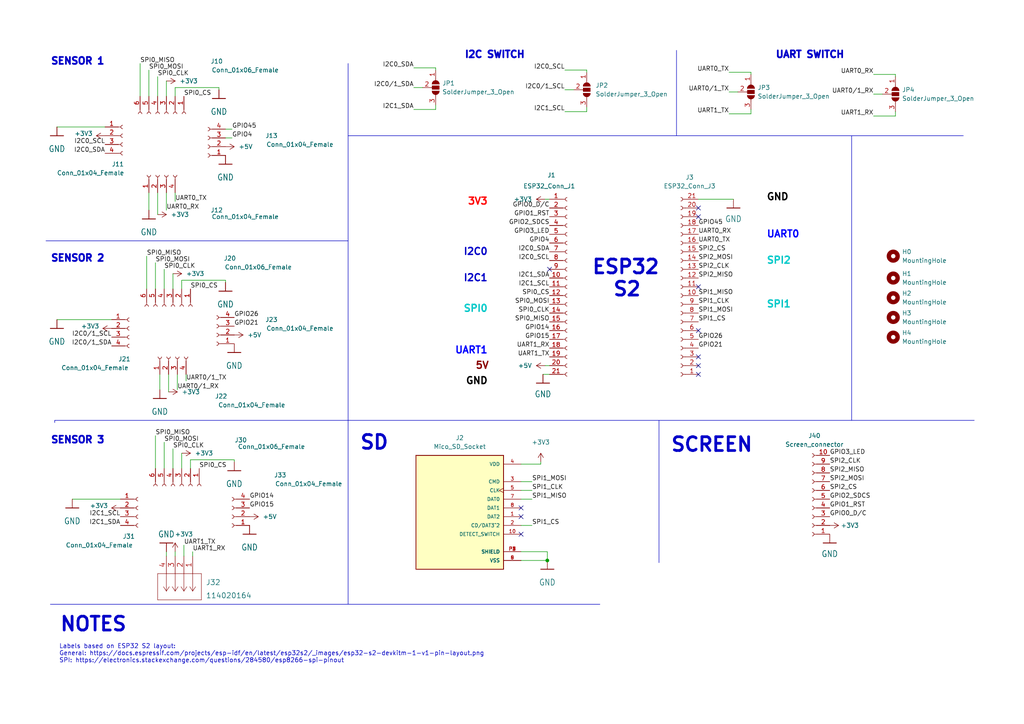
<source format=kicad_sch>
(kicad_sch (version 20230121) (generator eeschema)
  (paper "A4")
  (lib_symbols
    (symbol "503398-1892:503398-1892" (pin_names (offset 1.016))
      (property "Reference" "J" (at -12.7217 15.266 0))
      (property "Value" "503398-1892" (at -12.704 -17.7856 0))
      (symbol "503398-1892_0_0"
        (rectangle (start -12.7 -17.78) (end 12.7 15.24) (stroke (width 0.254)) (fill (type background)))
        (pin passive line (at 17.78 -2.54 180) (length 5.08) (name "DAT2") (number "1"))
        (pin passive line (at 17.78 -7.62 180) (length 5.08) (name "DETECT_SWITCH") (number "10"))
        (pin passive line (at 17.78 -5.08 180) (length 5.08) (name "CD/DAT3^2") (number "2"))
        (pin passive line (at 17.78 7.62 180) (length 5.08) (name "CMD") (number "3"))
        (pin power_in line (at 17.78 12.7 180) (length 5.08) (name "VDD") (number "4"))
        (pin passive clock (at 17.78 5.08 180) (length 5.08) (name "CLK") (number "5"))
        (pin power_in line (at 17.78 -15.24 180) (length 5.08) (name "VSS") (number "6"))
        (pin passive line (at 17.78 2.54 180) (length 5.08) (name "DAT0") (number "7"))
        (pin passive line (at 17.78 0 180) (length 5.08) (name "DAT1") (number "8"))
        (pin power_in line (at 17.78 -15.24 180) (length 5.08) (name "VSS") (number "9"))
        (pin passive line (at 17.78 -12.7 180) (length 5.08) (name "SHIELD") (number "P1"))
        (pin passive line (at 17.78 -12.7 180) (length 5.08) (name "SHIELD") (number "P2"))
        (pin passive line (at 17.78 -12.7 180) (length 5.08) (name "SHIELD") (number "P3"))
        (pin passive line (at 17.78 -12.7 180) (length 5.08) (name "SHIELD") (number "P4"))
      )
    )
    (symbol "Adafruit BMP390-eagle-import:GND" (power)
      (property "Value" "GND" (at -2.54 -2.54 0))
      (symbol "GND_1_0"
        (polyline (pts (xy -1.905 0) (xy 1.905 0)) (stroke (width 0.254)))
        (pin power_in line (at 0 2.54 270) (length 2.54) (name "GND") (number "1"))
      )
    )
    (symbol "Conn_seed_114020164:114020164" (pin_names (offset 0.254) hide)
      (property "Reference" "J" (at 8.89 6.35 0))
      (property "Value" "114020164" (at 10.16 -5.08 0))
      (symbol "114020164_1_1"
        (polyline (pts (xy 5.08 -10.16) (xy 12.7 -10.16)) (stroke (width 0.127)))
        (polyline (pts (xy 5.08 2.54) (xy 5.08 -10.16)) (stroke (width 0.127)))
        (polyline (pts (xy 10.16 -7.62) (xy 5.08 -7.62)) (stroke (width 0.127)))
        (polyline (pts (xy 10.16 -7.62) (xy 8.89 -8.4582)) (stroke (width 0.127)))
        (polyline (pts (xy 10.16 -7.62) (xy 8.89 -6.7818)) (stroke (width 0.127)))
        (polyline (pts (xy 10.16 -5.08) (xy 5.08 -5.08)) (stroke (width 0.127)))
        (polyline (pts (xy 10.16 -5.08) (xy 8.89 -5.9182)) (stroke (width 0.127)))
        (polyline (pts (xy 10.16 -5.08) (xy 8.89 -4.2418)) (stroke (width 0.127)))
        (polyline (pts (xy 10.16 -2.54) (xy 5.08 -2.54)) (stroke (width 0.127)))
        (polyline (pts (xy 10.16 -2.54) (xy 8.89 -3.3782)) (stroke (width 0.127)))
        (polyline (pts (xy 10.16 -2.54) (xy 8.89 -1.7018)) (stroke (width 0.127)))
        (polyline (pts (xy 10.16 0) (xy 5.08 0)) (stroke (width 0.127)))
        (polyline (pts (xy 10.16 0) (xy 8.89 -0.8382)) (stroke (width 0.127)))
        (polyline (pts (xy 10.16 0) (xy 8.89 0.8382)) (stroke (width 0.127)))
        (polyline (pts (xy 12.7 -10.16) (xy 12.7 2.54)) (stroke (width 0.127)))
        (polyline (pts (xy 12.7 2.54) (xy 5.08 2.54)) (stroke (width 0.127)))
        (pin unspecified line (at 0 0 0) (length 5.08) (name "1") (number "1"))
        (pin unspecified line (at 0 -2.54 0) (length 5.08) (name "2") (number "2"))
        (pin unspecified line (at 0 -5.08 0) (length 5.08) (name "3") (number "3"))
        (pin unspecified line (at 0 -7.62 0) (length 5.08) (name "4") (number "4"))
      )
    )
    (symbol "Connector:Conn_01x04_Female" (pin_names (offset 1.016) hide)
      (property "Reference" "J" (at 0 5.08 0))
      (property "Value" "Conn_01x04_Female" (at 0 -7.62 0))
      (symbol "Conn_01x04_Female_1_1"
        (arc (start 0 -4.572) (mid -0.5058 -5.08) (end 0 -5.588) (stroke (width 0.1524)))
        (arc (start 0 -2.032) (mid -0.5058 -2.54) (end 0 -3.048) (stroke (width 0.1524)))
        (polyline (pts (xy -1.27 -5.08) (xy -0.508 -5.08)) (stroke (width 0.1524)))
        (polyline (pts (xy -1.27 -2.54) (xy -0.508 -2.54)) (stroke (width 0.1524)))
        (polyline (pts (xy -1.27 0) (xy -0.508 0)) (stroke (width 0.1524)))
        (polyline (pts (xy -1.27 2.54) (xy -0.508 2.54)) (stroke (width 0.1524)))
        (arc (start 0 0.508) (mid -0.5058 0) (end 0 -0.508) (stroke (width 0.1524)))
        (arc (start 0 3.048) (mid -0.5058 2.54) (end 0 2.032) (stroke (width 0.1524)))
        (pin passive line (at -5.08 2.54 0) (length 3.81) (name "Pin_1") (number "1"))
        (pin passive line (at -5.08 0 0) (length 3.81) (name "Pin_2") (number "2"))
        (pin passive line (at -5.08 -2.54 0) (length 3.81) (name "Pin_3") (number "3"))
        (pin passive line (at -5.08 -5.08 0) (length 3.81) (name "Pin_4") (number "4"))
      )
    )
    (symbol "Connector:Conn_01x06_Female" (pin_names (offset 1.016) hide)
      (property "Reference" "J" (at 0 7.62 0))
      (property "Value" "Conn_01x06_Female" (at 0 -10.16 0))
      (symbol "Conn_01x06_Female_1_1"
        (arc (start 0 -7.112) (mid -0.5058 -7.62) (end 0 -8.128) (stroke (width 0.1524)))
        (arc (start 0 -4.572) (mid -0.5058 -5.08) (end 0 -5.588) (stroke (width 0.1524)))
        (arc (start 0 -2.032) (mid -0.5058 -2.54) (end 0 -3.048) (stroke (width 0.1524)))
        (polyline (pts (xy -1.27 -7.62) (xy -0.508 -7.62)) (stroke (width 0.1524)))
        (polyline (pts (xy -1.27 -5.08) (xy -0.508 -5.08)) (stroke (width 0.1524)))
        (polyline (pts (xy -1.27 -2.54) (xy -0.508 -2.54)) (stroke (width 0.1524)))
        (polyline (pts (xy -1.27 0) (xy -0.508 0)) (stroke (width 0.1524)))
        (polyline (pts (xy -1.27 2.54) (xy -0.508 2.54)) (stroke (width 0.1524)))
        (polyline (pts (xy -1.27 5.08) (xy -0.508 5.08)) (stroke (width 0.1524)))
        (arc (start 0 0.508) (mid -0.5058 0) (end 0 -0.508) (stroke (width 0.1524)))
        (arc (start 0 3.048) (mid -0.5058 2.54) (end 0 2.032) (stroke (width 0.1524)))
        (arc (start 0 5.588) (mid -0.5058 5.08) (end 0 4.572) (stroke (width 0.1524)))
        (pin passive line (at -5.08 5.08 0) (length 3.81) (name "Pin_1") (number "1"))
        (pin passive line (at -5.08 2.54 0) (length 3.81) (name "Pin_2") (number "2"))
        (pin passive line (at -5.08 0 0) (length 3.81) (name "Pin_3") (number "3"))
        (pin passive line (at -5.08 -2.54 0) (length 3.81) (name "Pin_4") (number "4"))
        (pin passive line (at -5.08 -5.08 0) (length 3.81) (name "Pin_5") (number "5"))
        (pin passive line (at -5.08 -7.62 0) (length 3.81) (name "Pin_6") (number "6"))
      )
    )
    (symbol "Connector:Conn_01x10_Female" (pin_names (offset 1.016) hide)
      (property "Reference" "J" (at 0 12.7 0))
      (property "Value" "Conn_01x10_Female" (at 0 -15.24 0))
      (symbol "Conn_01x10_Female_1_1"
        (arc (start 0 -12.192) (mid -0.5058 -12.7) (end 0 -13.208) (stroke (width 0.1524)))
        (arc (start 0 -9.652) (mid -0.5058 -10.16) (end 0 -10.668) (stroke (width 0.1524)))
        (arc (start 0 -7.112) (mid -0.5058 -7.62) (end 0 -8.128) (stroke (width 0.1524)))
        (arc (start 0 -4.572) (mid -0.5058 -5.08) (end 0 -5.588) (stroke (width 0.1524)))
        (arc (start 0 -2.032) (mid -0.5058 -2.54) (end 0 -3.048) (stroke (width 0.1524)))
        (polyline (pts (xy -1.27 -12.7) (xy -0.508 -12.7)) (stroke (width 0.1524)))
        (polyline (pts (xy -1.27 -10.16) (xy -0.508 -10.16)) (stroke (width 0.1524)))
        (polyline (pts (xy -1.27 -7.62) (xy -0.508 -7.62)) (stroke (width 0.1524)))
        (polyline (pts (xy -1.27 -5.08) (xy -0.508 -5.08)) (stroke (width 0.1524)))
        (polyline (pts (xy -1.27 -2.54) (xy -0.508 -2.54)) (stroke (width 0.1524)))
        (polyline (pts (xy -1.27 0) (xy -0.508 0)) (stroke (width 0.1524)))
        (polyline (pts (xy -1.27 2.54) (xy -0.508 2.54)) (stroke (width 0.1524)))
        (polyline (pts (xy -1.27 5.08) (xy -0.508 5.08)) (stroke (width 0.1524)))
        (polyline (pts (xy -1.27 7.62) (xy -0.508 7.62)) (stroke (width 0.1524)))
        (polyline (pts (xy -1.27 10.16) (xy -0.508 10.16)) (stroke (width 0.1524)))
        (arc (start 0 0.508) (mid -0.5058 0) (end 0 -0.508) (stroke (width 0.1524)))
        (arc (start 0 3.048) (mid -0.5058 2.54) (end 0 2.032) (stroke (width 0.1524)))
        (arc (start 0 5.588) (mid -0.5058 5.08) (end 0 4.572) (stroke (width 0.1524)))
        (arc (start 0 8.128) (mid -0.5058 7.62) (end 0 7.112) (stroke (width 0.1524)))
        (arc (start 0 10.668) (mid -0.5058 10.16) (end 0 9.652) (stroke (width 0.1524)))
        (pin passive line (at -5.08 10.16 0) (length 3.81) (name "Pin_1") (number "1"))
        (pin passive line (at -5.08 -12.7 0) (length 3.81) (name "Pin_10") (number "10"))
        (pin passive line (at -5.08 7.62 0) (length 3.81) (name "Pin_2") (number "2"))
        (pin passive line (at -5.08 5.08 0) (length 3.81) (name "Pin_3") (number "3"))
        (pin passive line (at -5.08 2.54 0) (length 3.81) (name "Pin_4") (number "4"))
        (pin passive line (at -5.08 0 0) (length 3.81) (name "Pin_5") (number "5"))
        (pin passive line (at -5.08 -2.54 0) (length 3.81) (name "Pin_6") (number "6"))
        (pin passive line (at -5.08 -5.08 0) (length 3.81) (name "Pin_7") (number "7"))
        (pin passive line (at -5.08 -7.62 0) (length 3.81) (name "Pin_8") (number "8"))
        (pin passive line (at -5.08 -10.16 0) (length 3.81) (name "Pin_9") (number "9"))
      )
    )
    (symbol "Connector:Conn_01x21_Female" (pin_names (offset 1.016) hide)
      (property "Reference" "J" (at 0 27.94 0))
      (property "Value" "Conn_01x21_Female" (at 0 -27.94 0))
      (symbol "Conn_01x21_Female_1_1"
        (arc (start 0 -24.892) (mid -0.5058 -25.4) (end 0 -25.908) (stroke (width 0.1524)))
        (arc (start 0 -22.352) (mid -0.5058 -22.86) (end 0 -23.368) (stroke (width 0.1524)))
        (arc (start 0 -19.812) (mid -0.5058 -20.32) (end 0 -20.828) (stroke (width 0.1524)))
        (arc (start 0 -17.272) (mid -0.5058 -17.78) (end 0 -18.288) (stroke (width 0.1524)))
        (arc (start 0 -14.732) (mid -0.5058 -15.24) (end 0 -15.748) (stroke (width 0.1524)))
        (arc (start 0 -12.192) (mid -0.5058 -12.7) (end 0 -13.208) (stroke (width 0.1524)))
        (arc (start 0 -9.652) (mid -0.5058 -10.16) (end 0 -10.668) (stroke (width 0.1524)))
        (arc (start 0 -7.112) (mid -0.5058 -7.62) (end 0 -8.128) (stroke (width 0.1524)))
        (arc (start 0 -4.572) (mid -0.5058 -5.08) (end 0 -5.588) (stroke (width 0.1524)))
        (arc (start 0 -2.032) (mid -0.5058 -2.54) (end 0 -3.048) (stroke (width 0.1524)))
        (polyline (pts (xy -1.27 -25.4) (xy -0.508 -25.4)) (stroke (width 0.1524)))
        (polyline (pts (xy -1.27 -22.86) (xy -0.508 -22.86)) (stroke (width 0.1524)))
        (polyline (pts (xy -1.27 -20.32) (xy -0.508 -20.32)) (stroke (width 0.1524)))
        (polyline (pts (xy -1.27 -17.78) (xy -0.508 -17.78)) (stroke (width 0.1524)))
        (polyline (pts (xy -1.27 -15.24) (xy -0.508 -15.24)) (stroke (width 0.1524)))
        (polyline (pts (xy -1.27 -12.7) (xy -0.508 -12.7)) (stroke (width 0.1524)))
        (polyline (pts (xy -1.27 -10.16) (xy -0.508 -10.16)) (stroke (width 0.1524)))
        (polyline (pts (xy -1.27 -7.62) (xy -0.508 -7.62)) (stroke (width 0.1524)))
        (polyline (pts (xy -1.27 -5.08) (xy -0.508 -5.08)) (stroke (width 0.1524)))
        (polyline (pts (xy -1.27 -2.54) (xy -0.508 -2.54)) (stroke (width 0.1524)))
        (polyline (pts (xy -1.27 0) (xy -0.508 0)) (stroke (width 0.1524)))
        (polyline (pts (xy -1.27 2.54) (xy -0.508 2.54)) (stroke (width 0.1524)))
        (polyline (pts (xy -1.27 5.08) (xy -0.508 5.08)) (stroke (width 0.1524)))
        (polyline (pts (xy -1.27 7.62) (xy -0.508 7.62)) (stroke (width 0.1524)))
        (polyline (pts (xy -1.27 10.16) (xy -0.508 10.16)) (stroke (width 0.1524)))
        (polyline (pts (xy -1.27 12.7) (xy -0.508 12.7)) (stroke (width 0.1524)))
        (polyline (pts (xy -1.27 15.24) (xy -0.508 15.24)) (stroke (width 0.1524)))
        (polyline (pts (xy -1.27 17.78) (xy -0.508 17.78)) (stroke (width 0.1524)))
        (polyline (pts (xy -1.27 20.32) (xy -0.508 20.32)) (stroke (width 0.1524)))
        (polyline (pts (xy -1.27 22.86) (xy -0.508 22.86)) (stroke (width 0.1524)))
        (polyline (pts (xy -1.27 25.4) (xy -0.508 25.4)) (stroke (width 0.1524)))
        (arc (start 0 0.508) (mid -0.5058 0) (end 0 -0.508) (stroke (width 0.1524)))
        (arc (start 0 3.048) (mid -0.5058 2.54) (end 0 2.032) (stroke (width 0.1524)))
        (arc (start 0 5.588) (mid -0.5058 5.08) (end 0 4.572) (stroke (width 0.1524)))
        (arc (start 0 8.128) (mid -0.5058 7.62) (end 0 7.112) (stroke (width 0.1524)))
        (arc (start 0 10.668) (mid -0.5058 10.16) (end 0 9.652) (stroke (width 0.1524)))
        (arc (start 0 13.208) (mid -0.5058 12.7) (end 0 12.192) (stroke (width 0.1524)))
        (arc (start 0 15.748) (mid -0.5058 15.24) (end 0 14.732) (stroke (width 0.1524)))
        (arc (start 0 18.288) (mid -0.5058 17.78) (end 0 17.272) (stroke (width 0.1524)))
        (arc (start 0 20.828) (mid -0.5058 20.32) (end 0 19.812) (stroke (width 0.1524)))
        (arc (start 0 23.368) (mid -0.5058 22.86) (end 0 22.352) (stroke (width 0.1524)))
        (arc (start 0 25.908) (mid -0.5058 25.4) (end 0 24.892) (stroke (width 0.1524)))
        (pin passive line (at -5.08 25.4 0) (length 3.81) (name "Pin_1") (number "1"))
        (pin passive line (at -5.08 2.54 0) (length 3.81) (name "Pin_10") (number "10"))
        (pin passive line (at -5.08 0 0) (length 3.81) (name "Pin_11") (number "11"))
        (pin passive line (at -5.08 -2.54 0) (length 3.81) (name "Pin_12") (number "12"))
        (pin passive line (at -5.08 -5.08 0) (length 3.81) (name "Pin_13") (number "13"))
        (pin passive line (at -5.08 -7.62 0) (length 3.81) (name "Pin_14") (number "14"))
        (pin passive line (at -5.08 -10.16 0) (length 3.81) (name "Pin_15") (number "15"))
        (pin passive line (at -5.08 -12.7 0) (length 3.81) (name "Pin_16") (number "16"))
        (pin passive line (at -5.08 -15.24 0) (length 3.81) (name "Pin_17") (number "17"))
        (pin passive line (at -5.08 -17.78 0) (length 3.81) (name "Pin_18") (number "18"))
        (pin passive line (at -5.08 -20.32 0) (length 3.81) (name "Pin_19") (number "19"))
        (pin passive line (at -5.08 22.86 0) (length 3.81) (name "Pin_2") (number "2"))
        (pin passive line (at -5.08 -22.86 0) (length 3.81) (name "Pin_20") (number "20"))
        (pin passive line (at -5.08 -25.4 0) (length 3.81) (name "Pin_21") (number "21"))
        (pin passive line (at -5.08 20.32 0) (length 3.81) (name "Pin_3") (number "3"))
        (pin passive line (at -5.08 17.78 0) (length 3.81) (name "Pin_4") (number "4"))
        (pin passive line (at -5.08 15.24 0) (length 3.81) (name "Pin_5") (number "5"))
        (pin passive line (at -5.08 12.7 0) (length 3.81) (name "Pin_6") (number "6"))
        (pin passive line (at -5.08 10.16 0) (length 3.81) (name "Pin_7") (number "7"))
        (pin passive line (at -5.08 7.62 0) (length 3.81) (name "Pin_8") (number "8"))
        (pin passive line (at -5.08 5.08 0) (length 3.81) (name "Pin_9") (number "9"))
      )
    )
    (symbol "Jumper:SolderJumper_3_Open" (pin_names (offset 0) hide)
      (property "Reference" "JP" (at -2.54 -2.54 0))
      (property "Value" "SolderJumper_3_Open" (at 0 2.794 0))
      (symbol "SolderJumper_3_Open_0_1"
        (arc (start -1.016 1.016) (mid -2.0276 0) (end -1.016 -1.016))
        (arc (start -1.016 1.016) (mid -2.0276 0) (end -1.016 -1.016) (fill (type outline)))
        (rectangle (start -0.508 1.016) (end 0.508 -1.016) (fill (type outline)))
        (polyline (pts (xy -2.54 0) (xy -2.032 0)))
        (polyline (pts (xy -1.016 1.016) (xy -1.016 -1.016)))
        (polyline (pts (xy 0 -1.27) (xy 0 -1.016)))
        (polyline (pts (xy 1.016 1.016) (xy 1.016 -1.016)))
        (polyline (pts (xy 2.54 0) (xy 2.032 0)))
        (arc (start 1.016 -1.016) (mid 2.0276 0) (end 1.016 1.016))
        (arc (start 1.016 -1.016) (mid 2.0276 0) (end 1.016 1.016) (fill (type outline)))
      )
      (symbol "SolderJumper_3_Open_1_1"
        (pin passive line (at -5.08 0 0) (length 2.54) (name "A") (number "1"))
        (pin passive line (at 0 -3.81 90) (length 2.54) (name "C") (number "2"))
        (pin passive line (at 5.08 0 180) (length 2.54) (name "B") (number "3"))
      )
    )
    (symbol "Mechanical:MountingHole" (pin_names (offset 1.016))
      (property "Reference" "H" (at 0 5.08 0))
      (property "Value" "MountingHole" (at 0 3.175 0))
      (symbol "MountingHole_0_1"
        (circle (center 0 0) (radius 1.27) (stroke (width 1.27)))
      )
    )
    (symbol "power:+3V3" (power) (pin_names (offset 0))
      (property "Value" "+3V3" (at 0 3.556 0))
      (symbol "+3V3_0_1"
        (polyline (pts (xy -0.762 1.27) (xy 0 2.54)))
        (polyline (pts (xy 0 0) (xy 0 2.54)))
        (polyline (pts (xy 0 2.54) (xy 0.762 1.27)))
      )
      (symbol "+3V3_1_1"
        (pin power_in line (at 0 0 90) (length 0) hide (name "+3V3") (number "1"))
      )
    )
    (symbol "power:+5V" (power) (pin_names (offset 0))
      (property "Value" "+5V" (at 0 3.556 0))
      (symbol "+5V_0_1"
        (polyline (pts (xy -0.762 1.27) (xy 0 2.54)))
        (polyline (pts (xy 0 0) (xy 0 2.54)))
        (polyline (pts (xy 0 2.54) (xy 0.762 1.27)))
      )
      (symbol "+5V_1_1"
        (pin power_in line (at 0 0 90) (length 0) hide (name "+5V") (number "1"))
      )
    )
  )
  (junction (at 158.75 162.56))
  (no_connect (at 202.565 62.865))
  (no_connect (at 159.385 78.105))
  (no_connect (at 202.565 60.325))
  (no_connect (at 202.565 103.505))
  (no_connect (at 202.565 95.885))
  (no_connect (at 202.565 83.185))
  (no_connect (at 151.13 149.86))
  (no_connect (at 151.13 147.32))
  (no_connect (at 202.565 108.585))
  (no_connect (at 151.13 154.94))
  (no_connect (at 202.565 106.045))
  (polyline (pts (xy 100.965 69.85) (xy 13.335 69.85)))
  (wire (pts (xy 211.455 26.67) (xy 213.995 26.67)))
  (wire (pts (xy 163.83 26.035) (xy 166.37 26.035)))
  (wire (pts (xy 55.245 133.35) (xy 55.245 135.89)))
  (wire (pts (xy 217.805 33.02) (xy 217.805 31.75)))
  (wire (pts (xy 211.455 20.955) (xy 217.805 20.955)))
  (wire (pts (xy 47.625 78.105) (xy 47.625 83.82)))
  (wire (pts (xy 163.83 32.385) (xy 170.18 32.385)))
  (wire (pts (xy 45.72 22.225) (xy 45.72 27.94)))
  (wire (pts (xy 16.51 36.83) (xy 30.48 36.83)))
  (wire (pts (xy 48.26 161.29) (xy 48.26 160.02)))
  (wire (pts (xy 45.085 126.365) (xy 45.085 135.89)))
  (wire (pts (xy 259.715 33.655) (xy 259.715 32.385)))
  (polyline (pts (xy 247.015 39.37) (xy 247.015 121.92)))
  (wire (pts (xy 67.31 40.005) (xy 65.405 40.005)))
  (wire (pts (xy 20.955 144.78) (xy 34.925 144.78)))
  (wire (pts (xy 202.565 57.785) (xy 212.725 57.785)))
  (wire (pts (xy 48.26 55.88) (xy 48.26 60.96)))
  (wire (pts (xy 16.51 92.71) (xy 32.385 92.71)))
  (wire (pts (xy 211.455 33.02) (xy 217.805 33.02)))
  (wire (pts (xy 53.975 108.585) (xy 53.975 110.49)))
  (polyline (pts (xy 100.965 39.37) (xy 279.4 39.37)))
  (wire (pts (xy 253.365 33.655) (xy 259.715 33.655)))
  (wire (pts (xy 52.705 131.445) (xy 52.705 135.89)))
  (wire (pts (xy 217.805 20.955) (xy 217.805 21.59)))
  (wire (pts (xy 156.845 134.62) (xy 151.13 134.62)))
  (wire (pts (xy 120.015 31.75) (xy 126.365 31.75)))
  (wire (pts (xy 48.26 23.495) (xy 48.26 27.94)))
  (wire (pts (xy 45.085 76.2) (xy 45.085 83.82)))
  (wire (pts (xy 50.165 79.375) (xy 50.165 83.82)))
  (wire (pts (xy 48.895 108.585) (xy 48.895 113.665)))
  (wire (pts (xy 126.365 19.685) (xy 126.365 20.32)))
  (wire (pts (xy 120.015 25.4) (xy 122.555 25.4)))
  (wire (pts (xy 126.365 31.75) (xy 126.365 30.48)))
  (wire (pts (xy 50.8 25.4) (xy 63.5 25.4)))
  (wire (pts (xy 55.245 133.35) (xy 67.945 133.35)))
  (wire (pts (xy 55.88 161.29) (xy 55.88 160.02)))
  (wire (pts (xy 50.8 25.4) (xy 50.8 27.94)))
  (wire (pts (xy 52.705 81.28) (xy 65.405 81.28)))
  (polyline (pts (xy 196.215 39.37) (xy 196.215 14.605)))
  (wire (pts (xy 43.18 20.32) (xy 43.18 27.94)))
  (wire (pts (xy 51.435 108.585) (xy 51.435 113.03)))
  (polyline (pts (xy 100.965 175.26) (xy 173.99 175.26)))
  (polyline (pts (xy 191.135 121.92) (xy 191.135 163.195)))
  (wire (pts (xy 156.845 133.985) (xy 156.845 134.62)))
  (wire (pts (xy 151.13 142.24) (xy 154.305 142.24)))
  (wire (pts (xy 52.705 81.28) (xy 52.705 83.82)))
  (wire (pts (xy 67.945 133.35) (xy 67.945 133.985)))
  (wire (pts (xy 46.355 108.585) (xy 46.355 113.03)))
  (wire (pts (xy 47.625 128.27) (xy 47.625 135.89)))
  (wire (pts (xy 253.365 27.305) (xy 255.905 27.305)))
  (wire (pts (xy 65.405 81.28) (xy 65.405 81.915)))
  (wire (pts (xy 151.13 160.02) (xy 158.75 160.02)))
  (wire (pts (xy 40.64 18.415) (xy 40.64 27.94)))
  (wire (pts (xy 67.31 37.465) (xy 65.405 37.465)))
  (wire (pts (xy 151.13 139.7) (xy 154.305 139.7)))
  (polyline (pts (xy 100.965 18.415) (xy 100.965 175.26)))
  (wire (pts (xy 53.34 158.115) (xy 53.34 161.29)))
  (wire (pts (xy 45.72 55.88) (xy 45.72 62.23)))
  (wire (pts (xy 170.18 32.385) (xy 170.18 31.115)))
  (wire (pts (xy 163.83 20.32) (xy 170.18 20.32)))
  (polyline (pts (xy 100.965 121.92) (xy 282.575 121.92)))
  (wire (pts (xy 151.13 152.4) (xy 154.305 152.4)))
  (wire (pts (xy 259.715 21.59) (xy 259.715 22.225)))
  (wire (pts (xy 50.8 55.88) (xy 50.8 58.42)))
  (wire (pts (xy 158.115 106.045) (xy 159.385 106.045)))
  (wire (pts (xy 63.5 25.4) (xy 63.5 26.035)))
  (wire (pts (xy 170.18 20.32) (xy 170.18 20.955)))
  (wire (pts (xy 151.13 144.78) (xy 154.305 144.78)))
  (polyline (pts (xy 100.965 175.26) (xy 14.605 175.26)))
  (polyline (pts (xy 100.965 121.92) (xy 15.875 121.92)))
  (wire (pts (xy 43.18 55.88) (xy 43.18 60.96)))
  (wire (pts (xy 157.48 108.585) (xy 159.385 108.585)))
  (polyline (pts (xy 15.875 121.92) (xy 15.875 122.555)))
  (wire (pts (xy 158.75 160.02) (xy 158.75 162.56)))
  (wire (pts (xy 50.165 130.175) (xy 50.165 135.89)))
  (wire (pts (xy 120.015 19.685) (xy 126.365 19.685)))
  (wire (pts (xy 253.365 21.59) (xy 259.715 21.59)))
  (wire (pts (xy 50.8 160.02) (xy 50.8 161.29)))
  (wire (pts (xy 42.545 74.295) (xy 42.545 83.82)))
  (wire (pts (xy 158.115 57.785) (xy 159.385 57.785)))
  (wire (pts (xy 151.13 162.56) (xy 158.75 162.56)))
  (text "SENSOR 3" (at 14.605 128.905 0) (effects (font (size 2 2) (thickness 0.8) bold) (justify left bottom)))
  (text "SCREEN" (at 194.31 131.445 0) (effects (font (size 4 4) (thickness 0.8) bold) (justify left bottom)))
  (text "SD" (at 104.14 130.81 0) (effects (font (size 4 4) (thickness 0.8) bold) (justify left bottom)))
  (text "GND" (at 222.25 58.42 0) (effects (font (size 2 2) (thickness 0.4) bold) (justify left bottom)))
  (text "UART1" (at 141.605 102.87 0) (effects (font (size 2 2) (thickness 0.4) bold) (justify right bottom)))
  (text "Labels based on ESP32 S2 layout: \nGeneral: https://docs.espressif.com/projects/esp-idf/en/latest/esp32s2/_images/esp32-s2-devkitm-1-v1-pin-layout.png\nSPI: https://electronics.stackexchange.com/questions/284580/esp8266-spi-pinout" (at 17.145 192.405 0) (effects (font (size 1.27 1.27)) (justify left bottom)))
  (text "3V3" (at 141.605 59.69 0) (effects (font (size 2 2) (thickness 0.4) bold) (justify right bottom)))
  (text "5V" (at 137.795 107.315 0) (effects (font (size 2 2) (thickness 0.4) bold) (justify left bottom)))
  (text "I2C SWITCH" (at 134.62 17.145 0) (effects (font (size 2 2) (thickness 0.8) bold) (justify left bottom)))
  (text "I2C1" (at 141.605 81.915 0) (effects (font (size 2 2) (thickness 0.4) bold) (justify right bottom)))
  (text "ESP32\n  S2" (at 171.45 86.36 0) (effects (font (size 4 4) (thickness 0.8) bold) (justify left bottom)))
  (text "I2C0" (at 141.605 74.295 0) (effects (font (size 2 2) (thickness 0.4) bold) (justify right bottom)))
  (text "SPI1" (at 222.25 89.535 0) (effects (font (size 2 2) (thickness 0.4) bold) (justify left bottom)))
  (text "SPI0" (at 141.605 90.805 0) (effects (font (size 2 2) (thickness 0.4) bold) (justify right bottom)))
  (text "SENSOR 1" (at 14.605 19.05 0) (effects (font (size 2 2) (thickness 0.8) bold) (justify left bottom)))
  (text "NOTES" (at 17.145 183.515 0) (effects (font (size 4 4) (thickness 0.8) bold) (justify left bottom)))
  (text "UART0" (at 222.25 69.215 0) (effects (font (size 2 2) (thickness 0.4) bold) (justify left bottom)))
  (text "UART SWITCH" (at 224.79 17.145 0) (effects (font (size 2 2) (thickness 0.8) bold) (justify left bottom)))
  (text "SPI2" (at 222.25 76.835 0) (effects (font (size 2 2) (thickness 0.4) bold) (justify left bottom)))
  (text "GND" (at 141.605 111.76 0) (effects (font (size 2 2) (thickness 0.4) bold) (justify right bottom)))
  (text "SENSOR 2" (at 14.605 76.2 0) (effects (font (size 2 2) (thickness 0.8) bold) (justify left bottom)))
  (label "I2C0_SCL" (at 163.83 20.32 180))
  (label "UART1_TX" (at 211.455 33.02 180))
  (label "I2C0{slash}1_SCL" (at 163.83 26.035 180))
  (label "GPIO1_RST" (at 159.385 62.865 180))
  (label "UART1_TX" (at 53.34 158.115 0))
  (label "UART0{slash}1_RX" (at 253.365 27.305 180))
  (label "SPI0_MISO" (at 159.385 93.345 180))
  (label "SPI2_CS" (at 202.565 73.025 0))
  (label "SPI2_MOSI" (at 202.565 75.565 0))
  (label "SPI1_MOSI" (at 202.565 90.805 0))
  (label "GPIO26" (at 202.565 98.425 0))
  (label "SPI1_MISO" (at 154.305 144.78 0))
  (label "SPI2_MISO" (at 240.665 137.16 0))
  (label "I2C1_SCL" (at 159.385 83.185 180))
  (label "I2C1_SCL" (at 34.925 149.86 180))
  (label "SPI0_CS" (at 159.385 85.725 180))
  (label "SPI0_CS" (at 53.34 27.94 0))
  (label "GPIO4" (at 67.31 40.005 0))
  (label "UART0{slash}1_RX" (at 51.435 113.03 0))
  (label "SPI0_MOSI" (at 159.385 88.265 180))
  (label "I2C0_SDA" (at 30.48 44.45 180))
  (label "UART0_RX" (at 48.26 60.96 0))
  (label "GPIO14" (at 72.39 144.78 0))
  (label "UART1_RX" (at 253.365 33.655 180))
  (label "UART1_RX" (at 159.385 100.965 180))
  (label "SPI2_CS" (at 240.665 142.24 0))
  (label "SPI0_MISO" (at 40.64 18.415 0))
  (label "SPI1_CS" (at 154.305 152.4 0))
  (label "SPI1_MOSI" (at 154.305 139.7 0))
  (label "SPI2_MOSI" (at 240.665 139.7 0))
  (label "SPI1_MISO" (at 202.565 85.725 0))
  (label "SPI1_CLK" (at 202.565 88.265 0))
  (label "GPIO1_RST" (at 240.665 147.32 0))
  (label "I2C0{slash}1_SDA" (at 120.015 25.4 180))
  (label "SPI2_CLK" (at 240.665 134.62 0))
  (label "GPIO45" (at 67.31 37.465 0))
  (label "GPIO26" (at 67.945 92.075 0))
  (label "SPI0_MISO" (at 45.085 126.365 0))
  (label "GPIO15" (at 72.39 147.32 0))
  (label "SPI0_CLK" (at 47.625 78.105 0))
  (label "I2C0_SDA" (at 159.385 73.025 180))
  (label "GPIO4" (at 159.385 70.485 180))
  (label "GPIO14" (at 159.385 95.885 180))
  (label "UART0_RX" (at 202.565 67.945 0))
  (label "I2C1_SDA" (at 120.015 31.75 180))
  (label "I2C1_SDA" (at 159.385 80.645 180))
  (label "I2C0_SDA" (at 120.015 19.685 180))
  (label "GPIO0_D{slash}C" (at 159.385 60.325 180))
  (label "GPIO21" (at 67.945 94.615 0))
  (label "SPI0_CS" (at 55.245 83.82 0))
  (label "SPI0_CLK" (at 50.165 130.175 0))
  (label "UART1_RX" (at 55.88 160.02 0))
  (label "SPI1_CS" (at 202.565 93.345 0))
  (label "I2C1_SCL" (at 163.83 32.385 180))
  (label "SPI0_CS" (at 57.785 135.89 0))
  (label "SPI0_CLK" (at 159.385 90.805 180))
  (label "UART0_RX" (at 253.365 21.59 180))
  (label "UART0{slash}1_TX" (at 53.975 110.49 0))
  (label "GPIO2_SDCS" (at 240.665 144.78 0))
  (label "UART0_TX" (at 202.565 70.485 0))
  (label "I2C0_SCL" (at 159.385 75.565 180))
  (label "SPI0_MOSI" (at 47.625 128.27 0))
  (label "UART0_TX" (at 50.8 58.42 0))
  (label "SPI0_MISO" (at 42.545 74.295 0))
  (label "I2C0{slash}1_SDA" (at 32.385 100.33 180))
  (label "SPI2_CLK" (at 202.565 78.105 0))
  (label "SPI0_MOSI" (at 45.085 76.2 0))
  (label "I2C1_SDA" (at 34.925 152.4 180))
  (label "UART1_TX" (at 159.385 103.505 180))
  (label "I2C0_SCL" (at 30.48 41.91 180))
  (label "GPIO3_LED" (at 159.385 67.945 180))
  (label "I2C0{slash}1_SCL" (at 32.385 97.79 180))
  (label "GPIO0_D{slash}C" (at 240.665 149.86 0))
  (label "SPI1_CLK" (at 154.305 142.24 0))
  (label "SPI0_CLK" (at 45.72 22.225 0))
  (label "UART0{slash}1_TX" (at 211.455 26.67 180))
  (label "GPIO2_SDCS" (at 159.385 65.405 180))
  (label "GPIO21" (at 202.565 100.965 0))
  (label "GPIO15" (at 159.385 98.425 180))
  (label "GPIO3_LED" (at 240.665 132.08 0))
  (label "UART0_TX" (at 211.455 20.955 180))
  (label "GPIO45" (at 202.565 65.405 0))
  (label "SPI2_MISO" (at 202.565 80.645 0))
  (label "SPI0_MOSI" (at 43.18 20.32 0))
  (symbol (lib_id "power:+3V3") (at 50.8 160.02 0) (unit 1)
    (property "Reference" "#PWR0112" (effects hide))
    (property "Value" "+3V3" (at 53.34 154.94 0))
  )
  (symbol (lib_id "power:+3V3") (at 30.48 39.37 90) (unit 1)
    (property "Reference" "#PWR0107" (effects hide))
    (property "Value" "+3V3" (at 21.59 38.735 90) (effects (justify right)))
  )
  (symbol (lib_id "Connector:Conn_01x04_Female") (at 45.72 50.8 90) (unit 1)
    (property "Reference" "J12" (at 62.865 60.96 90))
    (property "Value" "Conn_01x04_Female" (at 71.12 62.865 90))
    (property "Footprint" "Connector_PinSocket_2.54mm:PinSocket_1x04_P2.54mm_Vertical" (effects hide))
  )
  (symbol (lib_id "Adafruit BMP390-eagle-import:GND") (at 240.665 157.48 0) (unit 1)
    (property "Reference" "#GND0109" (effects hide))
    (property "Value" "GND" (at 240.665 160.655 0) (effects (font (size 1.778 1.5113))))
    (property "Footprint" "Adafruit BMP390:" (effects hide))
  )
  (symbol (lib_id "Adafruit BMP390-eagle-import:GND") (at 46.355 115.57 0) (unit 1)
    (property "Reference" "#GND0103" (effects hide))
    (property "Value" "GND" (at 46.355 119.38 0) (effects (font (size 1.778 1.5113))))
    (property "Footprint" "Adafruit BMP390:" (effects hide))
  )
  (symbol (lib_id "Connector:Conn_01x04_Female") (at 60.325 42.545 180) (unit 1)
    (property "Reference" "J13" (at 78.74 39.37 0))
    (property "Value" "Conn_01x04_Female" (at 86.995 41.91 0))
    (property "Footprint" "Connector_PinSocket_2.54mm:PinSocket_1x04_P2.54mm_Vertical" (effects hide))
  )
  (symbol (lib_id "power:+3V3") (at 240.665 152.4 270) (unit 1)
    (property "Reference" "#PWR0109" (effects hide))
    (property "Value" "+3V3" (at 243.84 152.3999 90) (effects (justify left)))
  )
  (symbol (lib_id "Conn_seed_114020164:114020164") (at 55.88 161.29 270) (unit 1)
    (property "Reference" "J32" (at 59.69 168.91 90) (effects (font (size 1.524 1.524)) (justify left)))
    (property "Value" "114020164" (at 59.69 172.72 90) (effects (font (size 1.524 1.524)) (justify left)))
    (property "Footprint" "KiCAD_Components_Footprints_Local:Conn_seed_114020164" (effects hide))
  )
  (symbol (lib_id "power:+3V3") (at 34.925 147.32 90) (unit 1)
    (property "Reference" "#PWR0111" (effects hide))
    (property "Value" "+3V3" (at 26.035 146.685 90) (effects (justify right)))
  )
  (symbol (lib_id "Adafruit BMP390-eagle-import:GND") (at 48.26 157.48 180) (unit 1)
    (property "Reference" "#GND0112" (effects hide))
    (property "Value" "GND" (at 48.26 154.94 0) (effects (font (size 1.778 1.5113))))
    (property "Footprint" "Adafruit BMP390:" (effects hide))
  )
  (symbol (lib_id "Connector:Conn_01x21_Female") (at 164.465 83.185 0) (unit 1)
    (property "Reference" "J1" (at 158.75 50.8 0) (effects (justify left)))
    (property "Value" "ESP32_Conn_J1" (at 151.765 53.975 0) (effects (justify left)))
    (property "Footprint" "Connector_PinHeader_2.54mm:PinHeader_1x21_P2.54mm_Vertical" (effects hide))
  )
  (symbol (lib_id "Jumper:SolderJumper_3_Open") (at 126.365 25.4 270) (unit 1)
    (property "Reference" "JP1" (at 128.27 24.1299 90) (effects (justify left)))
    (property "Value" "SolderJumper_3_Open" (at 128.27 26.6699 90) (effects (justify left)))
    (property "Footprint" "Jumper:SolderJumper-3_P1.3mm_Open_RoundedPad1.0x1.5mm" (effects hide))
  )
  (symbol (lib_id "Mechanical:MountingHole") (at 259.08 86.36 0) (unit 1)
    (property "Reference" "H2" (at 261.62 85.0899 0) (effects (justify left)))
    (property "Value" "MountingHole" (at 261.62 87.6299 0) (effects (justify left)))
    (property "Footprint" "MountingHole:MountingHole_2.2mm_M2_DIN965_Pad_TopBottom" (effects hide))
  )
  (symbol (lib_id "Jumper:SolderJumper_3_Open") (at 259.715 27.305 270) (unit 1)
    (property "Reference" "JP4" (at 261.62 26.0349 90) (effects (justify left)))
    (property "Value" "SolderJumper_3_Open" (at 261.62 28.5749 90) (effects (justify left)))
    (property "Footprint" "Jumper:SolderJumper-3_P1.3mm_Open_RoundedPad1.0x1.5mm" (effects hide))
  )
  (symbol (lib_id "power:+3V3") (at 48.26 23.495 270) (unit 1)
    (property "Reference" "#PWR0108" (effects hide))
    (property "Value" "+3V3" (at 52.07 23.4949 90) (effects (justify left)))
  )
  (symbol (lib_id "Connector:Conn_01x04_Female") (at 35.56 39.37 0) (unit 1)
    (property "Reference" "J11" (at 32.385 47.625 0) (effects (justify left)))
    (property "Value" "Conn_01x04_Female" (at 16.51 50.165 0) (effects (justify left)))
    (property "Footprint" "Connector_PinSocket_2.54mm:PinSocket_1x04_P2.54mm_Vertical" (effects hide))
  )
  (symbol (lib_id "Mechanical:MountingHole") (at 259.08 97.79 0) (unit 1)
    (property "Reference" "H4" (at 261.62 96.5199 0) (effects (justify left)))
    (property "Value" "MountingHole" (at 261.62 99.0599 0) (effects (justify left)))
    (property "Footprint" "MountingHole:MountingHole_2.2mm_M2_DIN965_Pad_TopBottom" (effects hide))
  )
  (symbol (lib_id "Jumper:SolderJumper_3_Open") (at 217.805 26.67 270) (unit 1)
    (property "Reference" "JP3" (at 219.71 25.3999 90) (effects (justify left)))
    (property "Value" "SolderJumper_3_Open" (at 219.71 27.9399 90) (effects (justify left)))
    (property "Footprint" "Jumper:SolderJumper-3_P1.3mm_Open_RoundedPad1.0x1.5mm" (effects hide))
  )
  (symbol (lib_id "Connector:Conn_01x04_Female") (at 62.865 97.155 180) (unit 1)
    (property "Reference" "J23" (at 78.74 92.71 0))
    (property "Value" "Conn_01x04_Female" (at 86.995 95.25 0))
    (property "Footprint" "Connector_PinSocket_2.54mm:PinSocket_1x04_P2.54mm_Vertical" (effects hide))
  )
  (symbol (lib_id "Mechanical:MountingHole") (at 259.08 92.075 0) (unit 1)
    (property "Reference" "H3" (at 261.62 90.8049 0) (effects (justify left)))
    (property "Value" "MountingHole" (at 261.62 93.3449 0) (effects (justify left)))
    (property "Footprint" "MountingHole:MountingHole_2.2mm_M2_DIN965_Pad_TopBottom" (effects hide))
  )
  (symbol (lib_id "Adafruit BMP390-eagle-import:GND") (at 16.51 39.37 0) (unit 1)
    (property "Reference" "#GND0108" (effects hide))
    (property "Value" "GND" (at 16.51 43.18 0) (effects (font (size 1.778 1.5113))))
    (property "Footprint" "Adafruit BMP390:" (effects hide))
  )
  (symbol (lib_id "power:+3V3") (at 50.165 79.375 270) (unit 1)
    (property "Reference" "#PWR0105" (effects hide))
    (property "Value" "+3V3" (at 53.975 79.3749 90) (effects (justify left)))
  )
  (symbol (lib_id "power:+3V3") (at 52.705 131.445 270) (unit 1)
    (property "Reference" "#PWR0110" (effects hide))
    (property "Value" "+3V3" (at 56.515 131.4449 90) (effects (justify left)))
  )
  (symbol (lib_id "power:+3V3") (at 156.845 133.985 0) (unit 1)
    (property "Reference" "#PWR0114" (effects hide))
    (property "Value" "+3V3" (at 156.845 128.27 0))
  )
  (symbol (lib_id "power:+3V3") (at 45.72 62.23 270) (unit 1)
    (property "Reference" "#PWR0106" (effects hide))
    (property "Value" "+3V3" (at 49.53 62.2299 90) (effects (justify left)))
  )
  (symbol (lib_id "Adafruit BMP390-eagle-import:GND") (at 65.405 84.455 0) (unit 1)
    (property "Reference" "#GND0106" (effects hide))
    (property "Value" "GND" (at 65.405 88.265 0) (effects (font (size 1.778 1.5113))))
    (property "Footprint" "Adafruit BMP390:" (effects hide))
  )
  (symbol (lib_id "503398-1892:503398-1892") (at 133.35 147.32 0) (unit 1)
    (property "Reference" "J2" (at 133.35 127 0))
    (property "Value" "Mico_SD_Socket" (at 133.35 129.54 0))
    (property "Footprint" "MOLEX_503398-1892" (effects hide))
    (property "STANDARD" "MANUFACTURER RECOMMENDATIONS" (effects hide))
    (property "MANUFACTURER" "molex" (effects hide))
    (property "PARTREV" "0" (effects hide))
  )
  (symbol (lib_id "Adafruit BMP390-eagle-import:GND") (at 157.48 111.125 0) (unit 1)
    (property "Reference" "#GND0115" (effects hide))
    (property "Value" "GND" (at 157.48 114.3 0) (effects (font (size 1.778 1.5113))))
    (property "Footprint" "Adafruit BMP390:" (effects hide))
  )
  (symbol (lib_id "Connector:Conn_01x10_Female") (at 235.585 144.78 180) (unit 1)
    (property "Reference" "J40" (at 236.22 126.365 0))
    (property "Value" "Screen_connector" (at 236.22 128.905 0))
    (property "Footprint" "Connector_Molex:Molex_PicoBlade_53048-1010_1x10_P1.25mm_Horizontal" (effects hide))
  )
  (symbol (lib_id "Adafruit BMP390-eagle-import:GND") (at 20.955 147.32 0) (unit 1)
    (property "Reference" "#GND0111" (effects hide))
    (property "Value" "GND" (at 20.955 151.13 0) (effects (font (size 1.778 1.5113))))
    (property "Footprint" "Adafruit BMP390:" (effects hide))
  )
  (symbol (lib_id "Connector:Conn_01x04_Female") (at 40.005 147.32 0) (unit 1)
    (property "Reference" "J31" (at 35.56 155.575 0) (effects (justify left)))
    (property "Value" "Conn_01x04_Female" (at 19.05 158.115 0) (effects (justify left)))
    (property "Footprint" "Connector_PinSocket_2.54mm:PinSocket_1x04_P2.54mm_Vertical" (effects hide))
  )
  (symbol (lib_id "Connector:Conn_01x04_Female") (at 48.895 103.505 90) (unit 1)
    (property "Reference" "J22" (at 64.135 114.935 90))
    (property "Value" "Conn_01x04_Female" (at 73.025 117.475 90))
    (property "Footprint" "Connector_PinSocket_2.54mm:PinSocket_1x04_P2.54mm_Vertical" (effects hide))
  )
  (symbol (lib_id "power:+5V") (at 158.115 106.045 90) (unit 1)
    (property "Reference" "#PWR0115" (effects hide))
    (property "Value" "+5V" (at 154.305 106.0449 90) (effects (justify left)))
  )
  (symbol (lib_id "power:+3V3") (at 158.115 57.785 90) (unit 1)
    (property "Reference" "#PWR0116" (effects hide))
    (property "Value" "+3V3" (at 154.305 57.7849 90) (effects (justify left)))
  )
  (symbol (lib_id "Connector:Conn_01x04_Female") (at 37.465 95.25 0) (unit 1)
    (property "Reference" "J21" (at 34.29 104.14 0) (effects (justify left)))
    (property "Value" "Conn_01x04_Female" (at 17.78 106.68 0) (effects (justify left)))
    (property "Footprint" "Connector_PinSocket_2.54mm:PinSocket_1x04_P2.54mm_Vertical" (effects hide))
  )
  (symbol (lib_id "Adafruit BMP390-eagle-import:GND") (at 43.18 63.5 0) (unit 1)
    (property "Reference" "#GND0107" (effects hide))
    (property "Value" "GND" (at 43.18 67.31 0) (effects (font (size 1.778 1.5113))))
    (property "Footprint" "Adafruit BMP390:" (effects hide))
  )
  (symbol (lib_id "Adafruit BMP390-eagle-import:GND") (at 212.725 60.325 0) (unit 1)
    (property "Reference" "#GND0116" (effects hide))
    (property "Value" "GND" (at 212.725 63.5 0) (effects (font (size 1.778 1.5113))))
    (property "Footprint" "Adafruit BMP390:" (effects hide))
  )
  (symbol (lib_id "Adafruit BMP390-eagle-import:GND") (at 65.405 47.625 0) (unit 1)
    (property "Reference" "#GND0105" (effects hide))
    (property "Value" "GND" (at 65.405 51.435 0) (effects (font (size 1.778 1.5113))))
    (property "Footprint" "Adafruit BMP390:" (effects hide))
  )
  (symbol (lib_id "power:+3V3") (at 32.385 95.25 90) (unit 1)
    (property "Reference" "#PWR0102" (effects hide))
    (property "Value" "+3V3" (at 23.495 94.615 90) (effects (justify right)))
  )
  (symbol (lib_id "Connector:Conn_01x04_Female") (at 67.31 149.86 180) (unit 1)
    (property "Reference" "J33" (at 81.28 137.795 0))
    (property "Value" "Conn_01x04_Female" (at 89.535 140.335 0))
    (property "Footprint" "Connector_PinSocket_2.54mm:PinSocket_1x04_P2.54mm_Vertical" (effects hide))
  )
  (symbol (lib_id "Connector:Conn_01x06_Female") (at 52.705 140.97 270) (unit 1)
    (property "Reference" "J30" (at 69.85 127.635 90))
    (property "Value" "Conn_01x06_Female" (at 78.74 129.54 90))
    (property "Footprint" "Connector_PinSocket_2.54mm:PinSocket_1x06_P2.54mm_Vertical" (effects hide))
  )
  (symbol (lib_id "Adafruit BMP390-eagle-import:GND") (at 16.51 95.25 0) (unit 1)
    (property "Reference" "#GND0102" (effects hide))
    (property "Value" "GND" (at 16.51 99.06 0) (effects (font (size 1.778 1.5113))))
    (property "Footprint" "Adafruit BMP390:" (effects hide))
  )
  (symbol (lib_id "Adafruit BMP390-eagle-import:GND") (at 67.945 136.525 0) (unit 1)
    (property "Reference" "#GND0110" (effects hide))
    (property "Value" "GND" (at 67.945 140.335 0) (effects (font (size 1.778 1.5113))))
    (property "Footprint" "Adafruit BMP390:" (effects hide))
  )
  (symbol (lib_id "Connector:Conn_01x06_Female") (at 48.26 33.02 270) (unit 1)
    (property "Reference" "J10" (at 62.865 17.78 90))
    (property "Value" "Conn_01x06_Female" (at 71.12 20.32 90))
    (property "Footprint" "Connector_PinSocket_2.54mm:PinSocket_1x06_P2.54mm_Vertical" (effects hide))
  )
  (symbol (lib_id "Connector:Conn_01x06_Female") (at 50.165 88.9 270) (unit 1)
    (property "Reference" "J20" (at 66.675 74.93 90))
    (property "Value" "Conn_01x06_Female" (at 74.93 77.47 90))
    (property "Footprint" "Connector_PinSocket_2.54mm:PinSocket_1x06_P2.54mm_Vertical" (effects hide))
  )
  (symbol (lib_id "Adafruit BMP390-eagle-import:GND") (at 63.5 28.575 0) (unit 1)
    (property "Reference" "#GND0104" (effects hide))
    (property "Value" "GND" (at 63.5 32.385 0) (effects (font (size 1.778 1.5113))))
    (property "Footprint" "Adafruit BMP390:" (effects hide))
  )
  (symbol (lib_id "power:+3V3") (at 48.895 113.665 270) (unit 1)
    (property "Reference" "#PWR0103" (effects hide))
    (property "Value" "+3V3" (at 52.705 113.6649 90) (effects (justify left)))
  )
  (symbol (lib_id "Adafruit BMP390-eagle-import:GND") (at 158.75 165.1 0) (unit 1)
    (property "Reference" "#GND0114" (effects hide))
    (property "Value" "GND" (at 158.75 168.91 0) (effects (font (size 1.778 1.5113))))
    (property "Footprint" "Adafruit BMP390:" (effects hide))
  )
  (symbol (lib_id "Connector:Conn_01x21_Female") (at 197.485 83.185 180) (unit 1)
    (property "Reference" "J3" (at 200.025 51.435 0))
    (property "Value" "ESP32_Conn_J3" (at 200.025 53.975 0))
    (property "Footprint" "Connector_PinHeader_2.54mm:PinHeader_1x21_P2.54mm_Vertical" (effects hide))
  )
  (symbol (lib_id "Mechanical:MountingHole") (at 259.08 74.295 0) (unit 1)
    (property "Reference" "H0" (at 261.62 73.0249 0) (effects (justify left)))
    (property "Value" "MountingHole" (at 261.62 75.5649 0) (effects (justify left)))
    (property "Footprint" "MountingHole:MountingHole_2.2mm_M2_DIN965_Pad_TopBottom" (effects hide))
  )
  (symbol (lib_id "power:+5V") (at 67.945 97.155 270) (unit 1)
    (property "Reference" "#PWR0101" (effects hide))
    (property "Value" "+5V" (at 71.755 97.1549 90) (effects (justify left)))
  )
  (symbol (lib_id "power:+5V") (at 65.405 42.545 270) (unit 1)
    (property "Reference" "#PWR0104" (effects hide))
    (property "Value" "+5V" (at 69.215 42.5449 90) (effects (justify left)))
  )
  (symbol (lib_id "Mechanical:MountingHole") (at 259.08 80.645 0) (unit 1)
    (property "Reference" "H1" (at 261.62 79.3749 0) (effects (justify left)))
    (property "Value" "MountingHole" (at 261.62 81.9149 0) (effects (justify left)))
    (property "Footprint" "MountingHole:MountingHole_2.2mm_M2_DIN965_Pad_TopBottom" (effects hide))
  )
  (symbol (lib_id "Adafruit BMP390-eagle-import:GND") (at 72.39 154.94 0) (unit 1)
    (property "Reference" "#GND0113" (effects hide))
    (property "Value" "GND" (at 72.39 158.75 0) (effects (font (size 1.778 1.5113))))
    (property "Footprint" "Adafruit BMP390:" (effects hide))
  )
  (symbol (lib_id "power:+5V") (at 72.39 149.86 270) (unit 1)
    (property "Reference" "#PWR0113" (effects hide))
    (property "Value" "+5V" (at 76.2 149.8599 90) (effects (justify left)))
  )
  (symbol (lib_id "Jumper:SolderJumper_3_Open") (at 170.18 26.035 270) (unit 1)
    (property "Reference" "JP2" (at 172.72 24.7649 90) (effects (justify left)))
    (property "Value" "SolderJumper_3_Open" (at 172.72 27.3049 90) (effects (justify left)))
    (property "Footprint" "Jumper:SolderJumper-3_P1.3mm_Open_RoundedPad1.0x1.5mm" (effects hide))
  )
  (symbol (lib_id "Adafruit BMP390-eagle-import:GND") (at 67.945 102.235 0) (unit 1)
    (property "Reference" "#GND0101" (effects hide))
    (property "Value" "GND" (at 67.945 106.045 0) (effects (font (size 1.778 1.5113))))
    (property "Footprint" "Adafruit BMP390:" (effects hide))
  )
)
</source>
